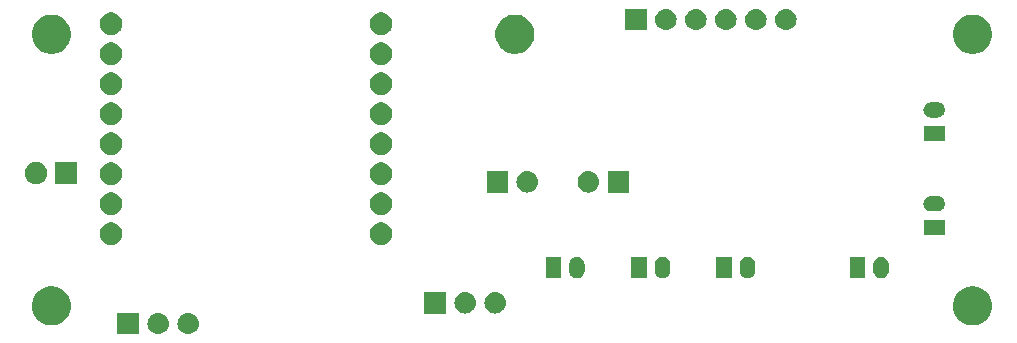
<source format=gbr>
G04 #@! TF.GenerationSoftware,KiCad,Pcbnew,(5.1.0)-1*
G04 #@! TF.CreationDate,2019-05-23T19:45:30+01:00*
G04 #@! TF.ProjectId,ESPControllerCircuit,45535043-6f6e-4747-926f-6c6c65724369,rev?*
G04 #@! TF.SameCoordinates,Original*
G04 #@! TF.FileFunction,Soldermask,Bot*
G04 #@! TF.FilePolarity,Negative*
%FSLAX46Y46*%
G04 Gerber Fmt 4.6, Leading zero omitted, Abs format (unit mm)*
G04 Created by KiCad (PCBNEW (5.1.0)-1) date 2019-05-23 19:45:30*
%MOMM*%
%LPD*%
G04 APERTURE LIST*
%ADD10C,0.100000*%
G04 APERTURE END LIST*
D10*
G36*
X87690442Y-129105518D02*
G01*
X87756627Y-129112037D01*
X87926466Y-129163557D01*
X88082991Y-129247222D01*
X88118729Y-129276552D01*
X88220186Y-129359814D01*
X88303448Y-129461271D01*
X88332778Y-129497009D01*
X88416443Y-129653534D01*
X88467963Y-129823373D01*
X88485359Y-130000000D01*
X88467963Y-130176627D01*
X88416443Y-130346466D01*
X88332778Y-130502991D01*
X88303448Y-130538729D01*
X88220186Y-130640186D01*
X88118729Y-130723448D01*
X88082991Y-130752778D01*
X87926466Y-130836443D01*
X87756627Y-130887963D01*
X87690442Y-130894482D01*
X87624260Y-130901000D01*
X87535740Y-130901000D01*
X87469558Y-130894482D01*
X87403373Y-130887963D01*
X87233534Y-130836443D01*
X87077009Y-130752778D01*
X87041271Y-130723448D01*
X86939814Y-130640186D01*
X86856552Y-130538729D01*
X86827222Y-130502991D01*
X86743557Y-130346466D01*
X86692037Y-130176627D01*
X86674641Y-130000000D01*
X86692037Y-129823373D01*
X86743557Y-129653534D01*
X86827222Y-129497009D01*
X86856552Y-129461271D01*
X86939814Y-129359814D01*
X87041271Y-129276552D01*
X87077009Y-129247222D01*
X87233534Y-129163557D01*
X87403373Y-129112037D01*
X87469558Y-129105518D01*
X87535740Y-129099000D01*
X87624260Y-129099000D01*
X87690442Y-129105518D01*
X87690442Y-129105518D01*
G37*
G36*
X83401000Y-130901000D02*
G01*
X81599000Y-130901000D01*
X81599000Y-129099000D01*
X83401000Y-129099000D01*
X83401000Y-130901000D01*
X83401000Y-130901000D01*
G37*
G36*
X85150442Y-129105518D02*
G01*
X85216627Y-129112037D01*
X85386466Y-129163557D01*
X85542991Y-129247222D01*
X85578729Y-129276552D01*
X85680186Y-129359814D01*
X85763448Y-129461271D01*
X85792778Y-129497009D01*
X85876443Y-129653534D01*
X85927963Y-129823373D01*
X85945359Y-130000000D01*
X85927963Y-130176627D01*
X85876443Y-130346466D01*
X85792778Y-130502991D01*
X85763448Y-130538729D01*
X85680186Y-130640186D01*
X85578729Y-130723448D01*
X85542991Y-130752778D01*
X85386466Y-130836443D01*
X85216627Y-130887963D01*
X85150442Y-130894482D01*
X85084260Y-130901000D01*
X84995740Y-130901000D01*
X84929558Y-130894482D01*
X84863373Y-130887963D01*
X84693534Y-130836443D01*
X84537009Y-130752778D01*
X84501271Y-130723448D01*
X84399814Y-130640186D01*
X84316552Y-130538729D01*
X84287222Y-130502991D01*
X84203557Y-130346466D01*
X84152037Y-130176627D01*
X84134641Y-130000000D01*
X84152037Y-129823373D01*
X84203557Y-129653534D01*
X84287222Y-129497009D01*
X84316552Y-129461271D01*
X84399814Y-129359814D01*
X84501271Y-129276552D01*
X84537009Y-129247222D01*
X84693534Y-129163557D01*
X84863373Y-129112037D01*
X84929558Y-129105518D01*
X84995740Y-129099000D01*
X85084260Y-129099000D01*
X85150442Y-129105518D01*
X85150442Y-129105518D01*
G37*
G36*
X76375256Y-126891298D02*
G01*
X76481579Y-126912447D01*
X76782042Y-127036903D01*
X77052451Y-127217585D01*
X77282415Y-127447549D01*
X77390837Y-127609814D01*
X77463098Y-127717960D01*
X77587553Y-128018422D01*
X77651000Y-128337389D01*
X77651000Y-128662611D01*
X77633022Y-128752991D01*
X77587553Y-128981579D01*
X77463097Y-129282042D01*
X77282415Y-129552451D01*
X77052451Y-129782415D01*
X76782042Y-129963097D01*
X76481579Y-130087553D01*
X76375256Y-130108702D01*
X76162611Y-130151000D01*
X75837389Y-130151000D01*
X75624744Y-130108702D01*
X75518421Y-130087553D01*
X75217958Y-129963097D01*
X74947549Y-129782415D01*
X74717585Y-129552451D01*
X74536903Y-129282042D01*
X74412447Y-128981579D01*
X74366978Y-128752991D01*
X74349000Y-128662611D01*
X74349000Y-128337389D01*
X74412447Y-128018422D01*
X74536902Y-127717960D01*
X74609163Y-127609814D01*
X74717585Y-127447549D01*
X74947549Y-127217585D01*
X75217958Y-127036903D01*
X75518421Y-126912447D01*
X75624744Y-126891298D01*
X75837389Y-126849000D01*
X76162611Y-126849000D01*
X76375256Y-126891298D01*
X76375256Y-126891298D01*
G37*
G36*
X154375256Y-126891298D02*
G01*
X154481579Y-126912447D01*
X154782042Y-127036903D01*
X155052451Y-127217585D01*
X155282415Y-127447549D01*
X155390837Y-127609814D01*
X155463098Y-127717960D01*
X155587553Y-128018422D01*
X155651000Y-128337389D01*
X155651000Y-128662611D01*
X155633022Y-128752991D01*
X155587553Y-128981579D01*
X155463097Y-129282042D01*
X155282415Y-129552451D01*
X155052451Y-129782415D01*
X154782042Y-129963097D01*
X154481579Y-130087553D01*
X154375256Y-130108702D01*
X154162611Y-130151000D01*
X153837389Y-130151000D01*
X153624744Y-130108702D01*
X153518421Y-130087553D01*
X153217958Y-129963097D01*
X152947549Y-129782415D01*
X152717585Y-129552451D01*
X152536903Y-129282042D01*
X152412447Y-128981579D01*
X152366978Y-128752991D01*
X152349000Y-128662611D01*
X152349000Y-128337389D01*
X152412447Y-128018422D01*
X152536902Y-127717960D01*
X152609163Y-127609814D01*
X152717585Y-127447549D01*
X152947549Y-127217585D01*
X153217958Y-127036903D01*
X153518421Y-126912447D01*
X153624744Y-126891298D01*
X153837389Y-126849000D01*
X154162611Y-126849000D01*
X154375256Y-126891298D01*
X154375256Y-126891298D01*
G37*
G36*
X113690443Y-127355519D02*
G01*
X113756627Y-127362037D01*
X113926466Y-127413557D01*
X114082991Y-127497222D01*
X114118729Y-127526552D01*
X114220186Y-127609814D01*
X114303448Y-127711271D01*
X114332778Y-127747009D01*
X114416443Y-127903534D01*
X114467963Y-128073373D01*
X114485359Y-128250000D01*
X114467963Y-128426627D01*
X114416443Y-128596466D01*
X114332778Y-128752991D01*
X114303448Y-128788729D01*
X114220186Y-128890186D01*
X114118729Y-128973448D01*
X114082991Y-129002778D01*
X113926466Y-129086443D01*
X113756627Y-129137963D01*
X113690443Y-129144481D01*
X113624260Y-129151000D01*
X113535740Y-129151000D01*
X113469557Y-129144481D01*
X113403373Y-129137963D01*
X113233534Y-129086443D01*
X113077009Y-129002778D01*
X113041271Y-128973448D01*
X112939814Y-128890186D01*
X112856552Y-128788729D01*
X112827222Y-128752991D01*
X112743557Y-128596466D01*
X112692037Y-128426627D01*
X112674641Y-128250000D01*
X112692037Y-128073373D01*
X112743557Y-127903534D01*
X112827222Y-127747009D01*
X112856552Y-127711271D01*
X112939814Y-127609814D01*
X113041271Y-127526552D01*
X113077009Y-127497222D01*
X113233534Y-127413557D01*
X113403373Y-127362037D01*
X113469557Y-127355519D01*
X113535740Y-127349000D01*
X113624260Y-127349000D01*
X113690443Y-127355519D01*
X113690443Y-127355519D01*
G37*
G36*
X111150443Y-127355519D02*
G01*
X111216627Y-127362037D01*
X111386466Y-127413557D01*
X111542991Y-127497222D01*
X111578729Y-127526552D01*
X111680186Y-127609814D01*
X111763448Y-127711271D01*
X111792778Y-127747009D01*
X111876443Y-127903534D01*
X111927963Y-128073373D01*
X111945359Y-128250000D01*
X111927963Y-128426627D01*
X111876443Y-128596466D01*
X111792778Y-128752991D01*
X111763448Y-128788729D01*
X111680186Y-128890186D01*
X111578729Y-128973448D01*
X111542991Y-129002778D01*
X111386466Y-129086443D01*
X111216627Y-129137963D01*
X111150443Y-129144481D01*
X111084260Y-129151000D01*
X110995740Y-129151000D01*
X110929557Y-129144481D01*
X110863373Y-129137963D01*
X110693534Y-129086443D01*
X110537009Y-129002778D01*
X110501271Y-128973448D01*
X110399814Y-128890186D01*
X110316552Y-128788729D01*
X110287222Y-128752991D01*
X110203557Y-128596466D01*
X110152037Y-128426627D01*
X110134641Y-128250000D01*
X110152037Y-128073373D01*
X110203557Y-127903534D01*
X110287222Y-127747009D01*
X110316552Y-127711271D01*
X110399814Y-127609814D01*
X110501271Y-127526552D01*
X110537009Y-127497222D01*
X110693534Y-127413557D01*
X110863373Y-127362037D01*
X110929557Y-127355519D01*
X110995740Y-127349000D01*
X111084260Y-127349000D01*
X111150443Y-127355519D01*
X111150443Y-127355519D01*
G37*
G36*
X109401000Y-129151000D02*
G01*
X107599000Y-129151000D01*
X107599000Y-127349000D01*
X109401000Y-127349000D01*
X109401000Y-129151000D01*
X109401000Y-129151000D01*
G37*
G36*
X120627617Y-124358420D02*
G01*
X120718403Y-124385960D01*
X120750335Y-124395646D01*
X120863424Y-124456094D01*
X120962554Y-124537447D01*
X121043906Y-124636575D01*
X121104354Y-124749664D01*
X121114040Y-124781596D01*
X121141580Y-124872382D01*
X121151000Y-124968027D01*
X121151000Y-125531973D01*
X121141580Y-125627618D01*
X121114040Y-125718404D01*
X121104354Y-125750336D01*
X121043906Y-125863425D01*
X120962554Y-125962554D01*
X120863425Y-126043906D01*
X120750336Y-126104354D01*
X120718404Y-126114040D01*
X120627618Y-126141580D01*
X120500000Y-126154149D01*
X120372383Y-126141580D01*
X120281597Y-126114040D01*
X120249665Y-126104354D01*
X120136576Y-126043906D01*
X120037447Y-125962553D01*
X119956094Y-125863425D01*
X119895646Y-125750336D01*
X119885960Y-125718404D01*
X119858420Y-125627618D01*
X119849000Y-125531973D01*
X119849000Y-124968028D01*
X119858420Y-124872383D01*
X119895645Y-124749669D01*
X119895646Y-124749665D01*
X119956094Y-124636576D01*
X120037447Y-124537446D01*
X120136575Y-124456094D01*
X120249664Y-124395646D01*
X120281596Y-124385960D01*
X120372382Y-124358420D01*
X120500000Y-124345851D01*
X120627617Y-124358420D01*
X120627617Y-124358420D01*
G37*
G36*
X146377617Y-124358420D02*
G01*
X146468403Y-124385960D01*
X146500335Y-124395646D01*
X146613424Y-124456094D01*
X146712554Y-124537447D01*
X146793906Y-124636575D01*
X146854354Y-124749664D01*
X146864040Y-124781596D01*
X146891580Y-124872382D01*
X146901000Y-124968027D01*
X146901000Y-125531973D01*
X146891580Y-125627618D01*
X146864040Y-125718404D01*
X146854354Y-125750336D01*
X146793906Y-125863425D01*
X146712554Y-125962554D01*
X146613425Y-126043906D01*
X146500336Y-126104354D01*
X146468404Y-126114040D01*
X146377618Y-126141580D01*
X146250000Y-126154149D01*
X146122383Y-126141580D01*
X146031597Y-126114040D01*
X145999665Y-126104354D01*
X145886576Y-126043906D01*
X145787447Y-125962553D01*
X145706094Y-125863425D01*
X145645646Y-125750336D01*
X145635960Y-125718404D01*
X145608420Y-125627618D01*
X145599000Y-125531973D01*
X145599000Y-124968028D01*
X145608420Y-124872383D01*
X145645645Y-124749669D01*
X145645646Y-124749665D01*
X145706094Y-124636576D01*
X145787447Y-124537446D01*
X145886575Y-124456094D01*
X145999664Y-124395646D01*
X146031596Y-124385960D01*
X146122382Y-124358420D01*
X146250000Y-124345851D01*
X146377617Y-124358420D01*
X146377617Y-124358420D01*
G37*
G36*
X135077617Y-124358420D02*
G01*
X135168403Y-124385960D01*
X135200335Y-124395646D01*
X135313424Y-124456094D01*
X135412554Y-124537447D01*
X135493906Y-124636575D01*
X135554354Y-124749664D01*
X135564040Y-124781596D01*
X135591580Y-124872382D01*
X135601000Y-124968027D01*
X135601000Y-125531973D01*
X135591580Y-125627618D01*
X135564040Y-125718404D01*
X135554354Y-125750336D01*
X135493906Y-125863425D01*
X135412554Y-125962554D01*
X135313425Y-126043906D01*
X135200336Y-126104354D01*
X135168404Y-126114040D01*
X135077618Y-126141580D01*
X134950000Y-126154149D01*
X134822383Y-126141580D01*
X134731597Y-126114040D01*
X134699665Y-126104354D01*
X134586576Y-126043906D01*
X134487447Y-125962553D01*
X134406094Y-125863425D01*
X134345646Y-125750336D01*
X134335960Y-125718404D01*
X134308420Y-125627618D01*
X134299000Y-125531973D01*
X134299000Y-124968028D01*
X134308420Y-124872383D01*
X134345645Y-124749669D01*
X134345646Y-124749665D01*
X134406094Y-124636576D01*
X134487447Y-124537446D01*
X134586575Y-124456094D01*
X134699664Y-124395646D01*
X134731596Y-124385960D01*
X134822382Y-124358420D01*
X134950000Y-124345851D01*
X135077617Y-124358420D01*
X135077617Y-124358420D01*
G37*
G36*
X127877617Y-124358420D02*
G01*
X127968403Y-124385960D01*
X128000335Y-124395646D01*
X128113424Y-124456094D01*
X128212554Y-124537447D01*
X128293906Y-124636575D01*
X128354354Y-124749664D01*
X128364040Y-124781596D01*
X128391580Y-124872382D01*
X128401000Y-124968027D01*
X128401000Y-125531973D01*
X128391580Y-125627618D01*
X128364040Y-125718404D01*
X128354354Y-125750336D01*
X128293906Y-125863425D01*
X128212554Y-125962554D01*
X128113425Y-126043906D01*
X128000336Y-126104354D01*
X127968404Y-126114040D01*
X127877618Y-126141580D01*
X127750000Y-126154149D01*
X127622383Y-126141580D01*
X127531597Y-126114040D01*
X127499665Y-126104354D01*
X127386576Y-126043906D01*
X127287447Y-125962553D01*
X127206094Y-125863425D01*
X127145646Y-125750336D01*
X127135960Y-125718404D01*
X127108420Y-125627618D01*
X127099000Y-125531973D01*
X127099000Y-124968028D01*
X127108420Y-124872383D01*
X127145645Y-124749669D01*
X127145646Y-124749665D01*
X127206094Y-124636576D01*
X127287447Y-124537446D01*
X127386575Y-124456094D01*
X127499664Y-124395646D01*
X127531596Y-124385960D01*
X127622382Y-124358420D01*
X127750000Y-124345851D01*
X127877617Y-124358420D01*
X127877617Y-124358420D01*
G37*
G36*
X144901000Y-126151000D02*
G01*
X143599000Y-126151000D01*
X143599000Y-124349000D01*
X144901000Y-124349000D01*
X144901000Y-126151000D01*
X144901000Y-126151000D01*
G37*
G36*
X133601000Y-126151000D02*
G01*
X132299000Y-126151000D01*
X132299000Y-124349000D01*
X133601000Y-124349000D01*
X133601000Y-126151000D01*
X133601000Y-126151000D01*
G37*
G36*
X119151000Y-126151000D02*
G01*
X117849000Y-126151000D01*
X117849000Y-124349000D01*
X119151000Y-124349000D01*
X119151000Y-126151000D01*
X119151000Y-126151000D01*
G37*
G36*
X126401000Y-126151000D02*
G01*
X125099000Y-126151000D01*
X125099000Y-124349000D01*
X126401000Y-124349000D01*
X126401000Y-126151000D01*
X126401000Y-126151000D01*
G37*
G36*
X81347395Y-121475546D02*
G01*
X81520466Y-121547234D01*
X81520467Y-121547235D01*
X81676227Y-121651310D01*
X81808690Y-121783773D01*
X81808691Y-121783775D01*
X81912766Y-121939534D01*
X81984454Y-122112605D01*
X82021000Y-122296333D01*
X82021000Y-122483667D01*
X81984454Y-122667395D01*
X81912766Y-122840466D01*
X81912765Y-122840467D01*
X81808690Y-122996227D01*
X81676227Y-123128690D01*
X81597818Y-123181081D01*
X81520466Y-123232766D01*
X81347395Y-123304454D01*
X81163667Y-123341000D01*
X80976333Y-123341000D01*
X80792605Y-123304454D01*
X80619534Y-123232766D01*
X80542182Y-123181081D01*
X80463773Y-123128690D01*
X80331310Y-122996227D01*
X80227235Y-122840467D01*
X80227234Y-122840466D01*
X80155546Y-122667395D01*
X80119000Y-122483667D01*
X80119000Y-122296333D01*
X80155546Y-122112605D01*
X80227234Y-121939534D01*
X80331309Y-121783775D01*
X80331310Y-121783773D01*
X80463773Y-121651310D01*
X80619533Y-121547235D01*
X80619534Y-121547234D01*
X80792605Y-121475546D01*
X80976333Y-121439000D01*
X81163667Y-121439000D01*
X81347395Y-121475546D01*
X81347395Y-121475546D01*
G37*
G36*
X104207395Y-121475546D02*
G01*
X104380466Y-121547234D01*
X104380467Y-121547235D01*
X104536227Y-121651310D01*
X104668690Y-121783773D01*
X104668691Y-121783775D01*
X104772766Y-121939534D01*
X104844454Y-122112605D01*
X104881000Y-122296333D01*
X104881000Y-122483667D01*
X104844454Y-122667395D01*
X104772766Y-122840466D01*
X104772765Y-122840467D01*
X104668690Y-122996227D01*
X104536227Y-123128690D01*
X104457818Y-123181081D01*
X104380466Y-123232766D01*
X104207395Y-123304454D01*
X104023667Y-123341000D01*
X103836333Y-123341000D01*
X103652605Y-123304454D01*
X103479534Y-123232766D01*
X103402182Y-123181081D01*
X103323773Y-123128690D01*
X103191310Y-122996227D01*
X103087235Y-122840467D01*
X103087234Y-122840466D01*
X103015546Y-122667395D01*
X102979000Y-122483667D01*
X102979000Y-122296333D01*
X103015546Y-122112605D01*
X103087234Y-121939534D01*
X103191309Y-121783775D01*
X103191310Y-121783773D01*
X103323773Y-121651310D01*
X103479533Y-121547235D01*
X103479534Y-121547234D01*
X103652605Y-121475546D01*
X103836333Y-121439000D01*
X104023667Y-121439000D01*
X104207395Y-121475546D01*
X104207395Y-121475546D01*
G37*
G36*
X151651000Y-122501000D02*
G01*
X149849000Y-122501000D01*
X149849000Y-121199000D01*
X151651000Y-121199000D01*
X151651000Y-122501000D01*
X151651000Y-122501000D01*
G37*
G36*
X104207395Y-118935546D02*
G01*
X104380466Y-119007234D01*
X104380467Y-119007235D01*
X104536227Y-119111310D01*
X104668690Y-119243773D01*
X104669941Y-119245646D01*
X104772766Y-119399534D01*
X104844454Y-119572605D01*
X104881000Y-119756333D01*
X104881000Y-119943667D01*
X104844454Y-120127395D01*
X104772766Y-120300466D01*
X104764689Y-120312554D01*
X104668690Y-120456227D01*
X104536227Y-120588690D01*
X104457818Y-120641081D01*
X104380466Y-120692766D01*
X104207395Y-120764454D01*
X104023667Y-120801000D01*
X103836333Y-120801000D01*
X103652605Y-120764454D01*
X103479534Y-120692766D01*
X103402182Y-120641081D01*
X103323773Y-120588690D01*
X103191310Y-120456227D01*
X103095311Y-120312554D01*
X103087234Y-120300466D01*
X103015546Y-120127395D01*
X102979000Y-119943667D01*
X102979000Y-119756333D01*
X103015546Y-119572605D01*
X103087234Y-119399534D01*
X103190059Y-119245646D01*
X103191310Y-119243773D01*
X103323773Y-119111310D01*
X103479533Y-119007235D01*
X103479534Y-119007234D01*
X103652605Y-118935546D01*
X103836333Y-118899000D01*
X104023667Y-118899000D01*
X104207395Y-118935546D01*
X104207395Y-118935546D01*
G37*
G36*
X81347395Y-118935546D02*
G01*
X81520466Y-119007234D01*
X81520467Y-119007235D01*
X81676227Y-119111310D01*
X81808690Y-119243773D01*
X81809941Y-119245646D01*
X81912766Y-119399534D01*
X81984454Y-119572605D01*
X82021000Y-119756333D01*
X82021000Y-119943667D01*
X81984454Y-120127395D01*
X81912766Y-120300466D01*
X81904689Y-120312554D01*
X81808690Y-120456227D01*
X81676227Y-120588690D01*
X81597818Y-120641081D01*
X81520466Y-120692766D01*
X81347395Y-120764454D01*
X81163667Y-120801000D01*
X80976333Y-120801000D01*
X80792605Y-120764454D01*
X80619534Y-120692766D01*
X80542182Y-120641081D01*
X80463773Y-120588690D01*
X80331310Y-120456227D01*
X80235311Y-120312554D01*
X80227234Y-120300466D01*
X80155546Y-120127395D01*
X80119000Y-119943667D01*
X80119000Y-119756333D01*
X80155546Y-119572605D01*
X80227234Y-119399534D01*
X80330059Y-119245646D01*
X80331310Y-119243773D01*
X80463773Y-119111310D01*
X80619533Y-119007235D01*
X80619534Y-119007234D01*
X80792605Y-118935546D01*
X80976333Y-118899000D01*
X81163667Y-118899000D01*
X81347395Y-118935546D01*
X81347395Y-118935546D01*
G37*
G36*
X151063855Y-119202140D02*
G01*
X151127618Y-119208420D01*
X151218404Y-119235960D01*
X151250336Y-119245646D01*
X151363425Y-119306094D01*
X151462554Y-119387446D01*
X151543906Y-119486575D01*
X151604354Y-119599664D01*
X151604355Y-119599668D01*
X151641580Y-119722382D01*
X151654149Y-119850000D01*
X151641580Y-119977618D01*
X151614040Y-120068404D01*
X151604354Y-120100336D01*
X151543906Y-120213425D01*
X151462554Y-120312554D01*
X151363425Y-120393906D01*
X151250336Y-120454354D01*
X151244161Y-120456227D01*
X151127618Y-120491580D01*
X151063855Y-120497860D01*
X151031974Y-120501000D01*
X150468026Y-120501000D01*
X150436145Y-120497860D01*
X150372382Y-120491580D01*
X150255839Y-120456227D01*
X150249664Y-120454354D01*
X150136575Y-120393906D01*
X150037446Y-120312554D01*
X149956094Y-120213425D01*
X149895646Y-120100336D01*
X149885960Y-120068404D01*
X149858420Y-119977618D01*
X149845851Y-119850000D01*
X149858420Y-119722382D01*
X149895645Y-119599668D01*
X149895646Y-119599664D01*
X149956094Y-119486575D01*
X150037446Y-119387446D01*
X150136575Y-119306094D01*
X150249664Y-119245646D01*
X150281596Y-119235960D01*
X150372382Y-119208420D01*
X150436145Y-119202140D01*
X150468026Y-119199000D01*
X151031974Y-119199000D01*
X151063855Y-119202140D01*
X151063855Y-119202140D01*
G37*
G36*
X116400443Y-117105519D02*
G01*
X116466627Y-117112037D01*
X116636466Y-117163557D01*
X116792991Y-117247222D01*
X116828729Y-117276552D01*
X116930186Y-117359814D01*
X117013448Y-117461271D01*
X117042778Y-117497009D01*
X117126443Y-117653534D01*
X117177963Y-117823373D01*
X117195359Y-118000000D01*
X117177963Y-118176627D01*
X117126443Y-118346466D01*
X117042778Y-118502991D01*
X117013448Y-118538729D01*
X116930186Y-118640186D01*
X116828729Y-118723448D01*
X116792991Y-118752778D01*
X116636466Y-118836443D01*
X116466627Y-118887963D01*
X116400442Y-118894482D01*
X116334260Y-118901000D01*
X116245740Y-118901000D01*
X116179558Y-118894482D01*
X116113373Y-118887963D01*
X115943534Y-118836443D01*
X115787009Y-118752778D01*
X115751271Y-118723448D01*
X115649814Y-118640186D01*
X115566552Y-118538729D01*
X115537222Y-118502991D01*
X115453557Y-118346466D01*
X115402037Y-118176627D01*
X115384641Y-118000000D01*
X115402037Y-117823373D01*
X115453557Y-117653534D01*
X115537222Y-117497009D01*
X115566552Y-117461271D01*
X115649814Y-117359814D01*
X115751271Y-117276552D01*
X115787009Y-117247222D01*
X115943534Y-117163557D01*
X116113373Y-117112037D01*
X116179557Y-117105519D01*
X116245740Y-117099000D01*
X116334260Y-117099000D01*
X116400443Y-117105519D01*
X116400443Y-117105519D01*
G37*
G36*
X114651000Y-118901000D02*
G01*
X112849000Y-118901000D01*
X112849000Y-117099000D01*
X114651000Y-117099000D01*
X114651000Y-118901000D01*
X114651000Y-118901000D01*
G37*
G36*
X121570443Y-117105519D02*
G01*
X121636627Y-117112037D01*
X121806466Y-117163557D01*
X121962991Y-117247222D01*
X121998729Y-117276552D01*
X122100186Y-117359814D01*
X122183448Y-117461271D01*
X122212778Y-117497009D01*
X122296443Y-117653534D01*
X122347963Y-117823373D01*
X122365359Y-118000000D01*
X122347963Y-118176627D01*
X122296443Y-118346466D01*
X122212778Y-118502991D01*
X122183448Y-118538729D01*
X122100186Y-118640186D01*
X121998729Y-118723448D01*
X121962991Y-118752778D01*
X121806466Y-118836443D01*
X121636627Y-118887963D01*
X121570442Y-118894482D01*
X121504260Y-118901000D01*
X121415740Y-118901000D01*
X121349558Y-118894482D01*
X121283373Y-118887963D01*
X121113534Y-118836443D01*
X120957009Y-118752778D01*
X120921271Y-118723448D01*
X120819814Y-118640186D01*
X120736552Y-118538729D01*
X120707222Y-118502991D01*
X120623557Y-118346466D01*
X120572037Y-118176627D01*
X120554641Y-118000000D01*
X120572037Y-117823373D01*
X120623557Y-117653534D01*
X120707222Y-117497009D01*
X120736552Y-117461271D01*
X120819814Y-117359814D01*
X120921271Y-117276552D01*
X120957009Y-117247222D01*
X121113534Y-117163557D01*
X121283373Y-117112037D01*
X121349557Y-117105519D01*
X121415740Y-117099000D01*
X121504260Y-117099000D01*
X121570443Y-117105519D01*
X121570443Y-117105519D01*
G37*
G36*
X124901000Y-118901000D02*
G01*
X123099000Y-118901000D01*
X123099000Y-117099000D01*
X124901000Y-117099000D01*
X124901000Y-118901000D01*
X124901000Y-118901000D01*
G37*
G36*
X81347395Y-116395546D02*
G01*
X81520466Y-116467234D01*
X81520467Y-116467235D01*
X81676227Y-116571310D01*
X81808690Y-116703773D01*
X81808691Y-116703775D01*
X81912766Y-116859534D01*
X81984454Y-117032605D01*
X82021000Y-117216333D01*
X82021000Y-117403667D01*
X81984454Y-117587395D01*
X81912766Y-117760466D01*
X81912765Y-117760467D01*
X81808690Y-117916227D01*
X81676227Y-118048690D01*
X81610264Y-118092765D01*
X81520466Y-118152766D01*
X81347395Y-118224454D01*
X81163667Y-118261000D01*
X80976333Y-118261000D01*
X80792605Y-118224454D01*
X80619534Y-118152766D01*
X80529736Y-118092765D01*
X80463773Y-118048690D01*
X80331310Y-117916227D01*
X80227235Y-117760467D01*
X80227234Y-117760466D01*
X80155546Y-117587395D01*
X80119000Y-117403667D01*
X80119000Y-117216333D01*
X80155546Y-117032605D01*
X80227234Y-116859534D01*
X80331309Y-116703775D01*
X80331310Y-116703773D01*
X80463773Y-116571310D01*
X80619533Y-116467235D01*
X80619534Y-116467234D01*
X80792605Y-116395546D01*
X80976333Y-116359000D01*
X81163667Y-116359000D01*
X81347395Y-116395546D01*
X81347395Y-116395546D01*
G37*
G36*
X104207395Y-116395546D02*
G01*
X104380466Y-116467234D01*
X104380467Y-116467235D01*
X104536227Y-116571310D01*
X104668690Y-116703773D01*
X104668691Y-116703775D01*
X104772766Y-116859534D01*
X104844454Y-117032605D01*
X104881000Y-117216333D01*
X104881000Y-117403667D01*
X104844454Y-117587395D01*
X104772766Y-117760466D01*
X104772765Y-117760467D01*
X104668690Y-117916227D01*
X104536227Y-118048690D01*
X104470264Y-118092765D01*
X104380466Y-118152766D01*
X104207395Y-118224454D01*
X104023667Y-118261000D01*
X103836333Y-118261000D01*
X103652605Y-118224454D01*
X103479534Y-118152766D01*
X103389736Y-118092765D01*
X103323773Y-118048690D01*
X103191310Y-117916227D01*
X103087235Y-117760467D01*
X103087234Y-117760466D01*
X103015546Y-117587395D01*
X102979000Y-117403667D01*
X102979000Y-117216333D01*
X103015546Y-117032605D01*
X103087234Y-116859534D01*
X103191309Y-116703775D01*
X103191310Y-116703773D01*
X103323773Y-116571310D01*
X103479533Y-116467235D01*
X103479534Y-116467234D01*
X103652605Y-116395546D01*
X103836333Y-116359000D01*
X104023667Y-116359000D01*
X104207395Y-116395546D01*
X104207395Y-116395546D01*
G37*
G36*
X74987395Y-116335546D02*
G01*
X75160466Y-116407234D01*
X75160467Y-116407235D01*
X75316227Y-116511310D01*
X75448690Y-116643773D01*
X75488782Y-116703775D01*
X75552766Y-116799534D01*
X75624454Y-116972605D01*
X75661000Y-117156333D01*
X75661000Y-117343667D01*
X75624454Y-117527395D01*
X75552766Y-117700466D01*
X75501081Y-117777818D01*
X75448690Y-117856227D01*
X75316227Y-117988690D01*
X75299300Y-118000000D01*
X75160466Y-118092766D01*
X74987395Y-118164454D01*
X74803667Y-118201000D01*
X74616333Y-118201000D01*
X74432605Y-118164454D01*
X74259534Y-118092766D01*
X74120700Y-118000000D01*
X74103773Y-117988690D01*
X73971310Y-117856227D01*
X73918919Y-117777818D01*
X73867234Y-117700466D01*
X73795546Y-117527395D01*
X73759000Y-117343667D01*
X73759000Y-117156333D01*
X73795546Y-116972605D01*
X73867234Y-116799534D01*
X73931218Y-116703775D01*
X73971310Y-116643773D01*
X74103773Y-116511310D01*
X74259533Y-116407235D01*
X74259534Y-116407234D01*
X74432605Y-116335546D01*
X74616333Y-116299000D01*
X74803667Y-116299000D01*
X74987395Y-116335546D01*
X74987395Y-116335546D01*
G37*
G36*
X78201000Y-118201000D02*
G01*
X76299000Y-118201000D01*
X76299000Y-116299000D01*
X78201000Y-116299000D01*
X78201000Y-118201000D01*
X78201000Y-118201000D01*
G37*
G36*
X104207395Y-113855546D02*
G01*
X104380466Y-113927234D01*
X104380467Y-113927235D01*
X104536227Y-114031310D01*
X104668690Y-114163773D01*
X104668691Y-114163775D01*
X104772766Y-114319534D01*
X104844454Y-114492605D01*
X104881000Y-114676333D01*
X104881000Y-114863667D01*
X104844454Y-115047395D01*
X104772766Y-115220466D01*
X104772765Y-115220467D01*
X104668690Y-115376227D01*
X104536227Y-115508690D01*
X104457818Y-115561081D01*
X104380466Y-115612766D01*
X104207395Y-115684454D01*
X104023667Y-115721000D01*
X103836333Y-115721000D01*
X103652605Y-115684454D01*
X103479534Y-115612766D01*
X103402182Y-115561081D01*
X103323773Y-115508690D01*
X103191310Y-115376227D01*
X103087235Y-115220467D01*
X103087234Y-115220466D01*
X103015546Y-115047395D01*
X102979000Y-114863667D01*
X102979000Y-114676333D01*
X103015546Y-114492605D01*
X103087234Y-114319534D01*
X103191309Y-114163775D01*
X103191310Y-114163773D01*
X103323773Y-114031310D01*
X103479533Y-113927235D01*
X103479534Y-113927234D01*
X103652605Y-113855546D01*
X103836333Y-113819000D01*
X104023667Y-113819000D01*
X104207395Y-113855546D01*
X104207395Y-113855546D01*
G37*
G36*
X81347395Y-113855546D02*
G01*
X81520466Y-113927234D01*
X81520467Y-113927235D01*
X81676227Y-114031310D01*
X81808690Y-114163773D01*
X81808691Y-114163775D01*
X81912766Y-114319534D01*
X81984454Y-114492605D01*
X82021000Y-114676333D01*
X82021000Y-114863667D01*
X81984454Y-115047395D01*
X81912766Y-115220466D01*
X81912765Y-115220467D01*
X81808690Y-115376227D01*
X81676227Y-115508690D01*
X81597818Y-115561081D01*
X81520466Y-115612766D01*
X81347395Y-115684454D01*
X81163667Y-115721000D01*
X80976333Y-115721000D01*
X80792605Y-115684454D01*
X80619534Y-115612766D01*
X80542182Y-115561081D01*
X80463773Y-115508690D01*
X80331310Y-115376227D01*
X80227235Y-115220467D01*
X80227234Y-115220466D01*
X80155546Y-115047395D01*
X80119000Y-114863667D01*
X80119000Y-114676333D01*
X80155546Y-114492605D01*
X80227234Y-114319534D01*
X80331309Y-114163775D01*
X80331310Y-114163773D01*
X80463773Y-114031310D01*
X80619533Y-113927235D01*
X80619534Y-113927234D01*
X80792605Y-113855546D01*
X80976333Y-113819000D01*
X81163667Y-113819000D01*
X81347395Y-113855546D01*
X81347395Y-113855546D01*
G37*
G36*
X151651000Y-114551000D02*
G01*
X149849000Y-114551000D01*
X149849000Y-113249000D01*
X151651000Y-113249000D01*
X151651000Y-114551000D01*
X151651000Y-114551000D01*
G37*
G36*
X104207395Y-111315546D02*
G01*
X104380466Y-111387234D01*
X104380467Y-111387235D01*
X104536227Y-111491310D01*
X104668690Y-111623773D01*
X104668691Y-111623775D01*
X104772766Y-111779534D01*
X104844454Y-111952605D01*
X104881000Y-112136333D01*
X104881000Y-112323667D01*
X104844454Y-112507395D01*
X104772766Y-112680466D01*
X104772765Y-112680467D01*
X104668690Y-112836227D01*
X104536227Y-112968690D01*
X104457818Y-113021081D01*
X104380466Y-113072766D01*
X104207395Y-113144454D01*
X104023667Y-113181000D01*
X103836333Y-113181000D01*
X103652605Y-113144454D01*
X103479534Y-113072766D01*
X103402182Y-113021081D01*
X103323773Y-112968690D01*
X103191310Y-112836227D01*
X103087235Y-112680467D01*
X103087234Y-112680466D01*
X103015546Y-112507395D01*
X102979000Y-112323667D01*
X102979000Y-112136333D01*
X103015546Y-111952605D01*
X103087234Y-111779534D01*
X103191309Y-111623775D01*
X103191310Y-111623773D01*
X103323773Y-111491310D01*
X103479533Y-111387235D01*
X103479534Y-111387234D01*
X103652605Y-111315546D01*
X103836333Y-111279000D01*
X104023667Y-111279000D01*
X104207395Y-111315546D01*
X104207395Y-111315546D01*
G37*
G36*
X81347395Y-111315546D02*
G01*
X81520466Y-111387234D01*
X81520467Y-111387235D01*
X81676227Y-111491310D01*
X81808690Y-111623773D01*
X81808691Y-111623775D01*
X81912766Y-111779534D01*
X81984454Y-111952605D01*
X82021000Y-112136333D01*
X82021000Y-112323667D01*
X81984454Y-112507395D01*
X81912766Y-112680466D01*
X81912765Y-112680467D01*
X81808690Y-112836227D01*
X81676227Y-112968690D01*
X81597818Y-113021081D01*
X81520466Y-113072766D01*
X81347395Y-113144454D01*
X81163667Y-113181000D01*
X80976333Y-113181000D01*
X80792605Y-113144454D01*
X80619534Y-113072766D01*
X80542182Y-113021081D01*
X80463773Y-112968690D01*
X80331310Y-112836227D01*
X80227235Y-112680467D01*
X80227234Y-112680466D01*
X80155546Y-112507395D01*
X80119000Y-112323667D01*
X80119000Y-112136333D01*
X80155546Y-111952605D01*
X80227234Y-111779534D01*
X80331309Y-111623775D01*
X80331310Y-111623773D01*
X80463773Y-111491310D01*
X80619533Y-111387235D01*
X80619534Y-111387234D01*
X80792605Y-111315546D01*
X80976333Y-111279000D01*
X81163667Y-111279000D01*
X81347395Y-111315546D01*
X81347395Y-111315546D01*
G37*
G36*
X151063855Y-111252140D02*
G01*
X151127618Y-111258420D01*
X151218404Y-111285960D01*
X151250336Y-111295646D01*
X151363425Y-111356094D01*
X151462554Y-111437446D01*
X151543906Y-111536575D01*
X151604354Y-111649664D01*
X151604355Y-111649668D01*
X151641580Y-111772382D01*
X151654149Y-111900000D01*
X151641580Y-112027618D01*
X151614040Y-112118404D01*
X151604354Y-112150336D01*
X151543906Y-112263425D01*
X151462554Y-112362554D01*
X151363425Y-112443906D01*
X151250336Y-112504354D01*
X151218404Y-112514040D01*
X151127618Y-112541580D01*
X151063855Y-112547860D01*
X151031974Y-112551000D01*
X150468026Y-112551000D01*
X150436145Y-112547860D01*
X150372382Y-112541580D01*
X150281596Y-112514040D01*
X150249664Y-112504354D01*
X150136575Y-112443906D01*
X150037446Y-112362554D01*
X149956094Y-112263425D01*
X149895646Y-112150336D01*
X149885960Y-112118404D01*
X149858420Y-112027618D01*
X149845851Y-111900000D01*
X149858420Y-111772382D01*
X149895645Y-111649668D01*
X149895646Y-111649664D01*
X149956094Y-111536575D01*
X150037446Y-111437446D01*
X150136575Y-111356094D01*
X150249664Y-111295646D01*
X150281596Y-111285960D01*
X150372382Y-111258420D01*
X150436145Y-111252140D01*
X150468026Y-111249000D01*
X151031974Y-111249000D01*
X151063855Y-111252140D01*
X151063855Y-111252140D01*
G37*
G36*
X81347395Y-108775546D02*
G01*
X81520466Y-108847234D01*
X81520467Y-108847235D01*
X81676227Y-108951310D01*
X81808690Y-109083773D01*
X81808691Y-109083775D01*
X81912766Y-109239534D01*
X81984454Y-109412605D01*
X82021000Y-109596333D01*
X82021000Y-109783667D01*
X81984454Y-109967395D01*
X81912766Y-110140466D01*
X81912765Y-110140467D01*
X81808690Y-110296227D01*
X81676227Y-110428690D01*
X81597818Y-110481081D01*
X81520466Y-110532766D01*
X81347395Y-110604454D01*
X81163667Y-110641000D01*
X80976333Y-110641000D01*
X80792605Y-110604454D01*
X80619534Y-110532766D01*
X80542182Y-110481081D01*
X80463773Y-110428690D01*
X80331310Y-110296227D01*
X80227235Y-110140467D01*
X80227234Y-110140466D01*
X80155546Y-109967395D01*
X80119000Y-109783667D01*
X80119000Y-109596333D01*
X80155546Y-109412605D01*
X80227234Y-109239534D01*
X80331309Y-109083775D01*
X80331310Y-109083773D01*
X80463773Y-108951310D01*
X80619533Y-108847235D01*
X80619534Y-108847234D01*
X80792605Y-108775546D01*
X80976333Y-108739000D01*
X81163667Y-108739000D01*
X81347395Y-108775546D01*
X81347395Y-108775546D01*
G37*
G36*
X104207395Y-108775546D02*
G01*
X104380466Y-108847234D01*
X104380467Y-108847235D01*
X104536227Y-108951310D01*
X104668690Y-109083773D01*
X104668691Y-109083775D01*
X104772766Y-109239534D01*
X104844454Y-109412605D01*
X104881000Y-109596333D01*
X104881000Y-109783667D01*
X104844454Y-109967395D01*
X104772766Y-110140466D01*
X104772765Y-110140467D01*
X104668690Y-110296227D01*
X104536227Y-110428690D01*
X104457818Y-110481081D01*
X104380466Y-110532766D01*
X104207395Y-110604454D01*
X104023667Y-110641000D01*
X103836333Y-110641000D01*
X103652605Y-110604454D01*
X103479534Y-110532766D01*
X103402182Y-110481081D01*
X103323773Y-110428690D01*
X103191310Y-110296227D01*
X103087235Y-110140467D01*
X103087234Y-110140466D01*
X103015546Y-109967395D01*
X102979000Y-109783667D01*
X102979000Y-109596333D01*
X103015546Y-109412605D01*
X103087234Y-109239534D01*
X103191309Y-109083775D01*
X103191310Y-109083773D01*
X103323773Y-108951310D01*
X103479533Y-108847235D01*
X103479534Y-108847234D01*
X103652605Y-108775546D01*
X103836333Y-108739000D01*
X104023667Y-108739000D01*
X104207395Y-108775546D01*
X104207395Y-108775546D01*
G37*
G36*
X81347395Y-106235546D02*
G01*
X81520466Y-106307234D01*
X81520467Y-106307235D01*
X81676227Y-106411310D01*
X81808690Y-106543773D01*
X81808691Y-106543775D01*
X81912766Y-106699534D01*
X81984454Y-106872605D01*
X82021000Y-107056333D01*
X82021000Y-107243667D01*
X81984454Y-107427395D01*
X81912766Y-107600466D01*
X81912765Y-107600467D01*
X81808690Y-107756227D01*
X81676227Y-107888690D01*
X81597818Y-107941081D01*
X81520466Y-107992766D01*
X81347395Y-108064454D01*
X81163667Y-108101000D01*
X80976333Y-108101000D01*
X80792605Y-108064454D01*
X80619534Y-107992766D01*
X80542182Y-107941081D01*
X80463773Y-107888690D01*
X80331310Y-107756227D01*
X80227235Y-107600467D01*
X80227234Y-107600466D01*
X80155546Y-107427395D01*
X80119000Y-107243667D01*
X80119000Y-107056333D01*
X80155546Y-106872605D01*
X80227234Y-106699534D01*
X80331309Y-106543775D01*
X80331310Y-106543773D01*
X80463773Y-106411310D01*
X80619533Y-106307235D01*
X80619534Y-106307234D01*
X80792605Y-106235546D01*
X80976333Y-106199000D01*
X81163667Y-106199000D01*
X81347395Y-106235546D01*
X81347395Y-106235546D01*
G37*
G36*
X104207395Y-106235546D02*
G01*
X104380466Y-106307234D01*
X104380467Y-106307235D01*
X104536227Y-106411310D01*
X104668690Y-106543773D01*
X104668691Y-106543775D01*
X104772766Y-106699534D01*
X104844454Y-106872605D01*
X104881000Y-107056333D01*
X104881000Y-107243667D01*
X104844454Y-107427395D01*
X104772766Y-107600466D01*
X104772765Y-107600467D01*
X104668690Y-107756227D01*
X104536227Y-107888690D01*
X104457818Y-107941081D01*
X104380466Y-107992766D01*
X104207395Y-108064454D01*
X104023667Y-108101000D01*
X103836333Y-108101000D01*
X103652605Y-108064454D01*
X103479534Y-107992766D01*
X103402182Y-107941081D01*
X103323773Y-107888690D01*
X103191310Y-107756227D01*
X103087235Y-107600467D01*
X103087234Y-107600466D01*
X103015546Y-107427395D01*
X102979000Y-107243667D01*
X102979000Y-107056333D01*
X103015546Y-106872605D01*
X103087234Y-106699534D01*
X103191309Y-106543775D01*
X103191310Y-106543773D01*
X103323773Y-106411310D01*
X103479533Y-106307235D01*
X103479534Y-106307234D01*
X103652605Y-106235546D01*
X103836333Y-106199000D01*
X104023667Y-106199000D01*
X104207395Y-106235546D01*
X104207395Y-106235546D01*
G37*
G36*
X76375256Y-103891298D02*
G01*
X76481579Y-103912447D01*
X76782042Y-104036903D01*
X77052451Y-104217585D01*
X77282415Y-104447549D01*
X77463097Y-104717958D01*
X77587553Y-105018421D01*
X77651000Y-105337391D01*
X77651000Y-105662609D01*
X77587553Y-105981579D01*
X77463097Y-106282042D01*
X77282415Y-106552451D01*
X77052451Y-106782415D01*
X76782042Y-106963097D01*
X76481579Y-107087553D01*
X76375256Y-107108702D01*
X76162611Y-107151000D01*
X75837389Y-107151000D01*
X75624744Y-107108702D01*
X75518421Y-107087553D01*
X75217958Y-106963097D01*
X74947549Y-106782415D01*
X74717585Y-106552451D01*
X74536903Y-106282042D01*
X74412447Y-105981579D01*
X74349000Y-105662609D01*
X74349000Y-105337391D01*
X74412447Y-105018421D01*
X74536903Y-104717958D01*
X74717585Y-104447549D01*
X74947549Y-104217585D01*
X75217958Y-104036903D01*
X75518421Y-103912447D01*
X75624744Y-103891298D01*
X75837389Y-103849000D01*
X76162611Y-103849000D01*
X76375256Y-103891298D01*
X76375256Y-103891298D01*
G37*
G36*
X115625256Y-103891298D02*
G01*
X115731579Y-103912447D01*
X116032042Y-104036903D01*
X116302451Y-104217585D01*
X116532415Y-104447549D01*
X116713097Y-104717958D01*
X116837553Y-105018421D01*
X116901000Y-105337391D01*
X116901000Y-105662609D01*
X116837553Y-105981579D01*
X116713097Y-106282042D01*
X116532415Y-106552451D01*
X116302451Y-106782415D01*
X116032042Y-106963097D01*
X115731579Y-107087553D01*
X115625256Y-107108702D01*
X115412611Y-107151000D01*
X115087389Y-107151000D01*
X114874744Y-107108702D01*
X114768421Y-107087553D01*
X114467958Y-106963097D01*
X114197549Y-106782415D01*
X113967585Y-106552451D01*
X113786903Y-106282042D01*
X113662447Y-105981579D01*
X113599000Y-105662609D01*
X113599000Y-105337391D01*
X113662447Y-105018421D01*
X113786903Y-104717958D01*
X113967585Y-104447549D01*
X114197549Y-104217585D01*
X114467958Y-104036903D01*
X114768421Y-103912447D01*
X114874744Y-103891298D01*
X115087389Y-103849000D01*
X115412611Y-103849000D01*
X115625256Y-103891298D01*
X115625256Y-103891298D01*
G37*
G36*
X154375256Y-103891298D02*
G01*
X154481579Y-103912447D01*
X154782042Y-104036903D01*
X155052451Y-104217585D01*
X155282415Y-104447549D01*
X155463097Y-104717958D01*
X155587553Y-105018421D01*
X155651000Y-105337391D01*
X155651000Y-105662609D01*
X155587553Y-105981579D01*
X155463097Y-106282042D01*
X155282415Y-106552451D01*
X155052451Y-106782415D01*
X154782042Y-106963097D01*
X154481579Y-107087553D01*
X154375256Y-107108702D01*
X154162611Y-107151000D01*
X153837389Y-107151000D01*
X153624744Y-107108702D01*
X153518421Y-107087553D01*
X153217958Y-106963097D01*
X152947549Y-106782415D01*
X152717585Y-106552451D01*
X152536903Y-106282042D01*
X152412447Y-105981579D01*
X152349000Y-105662609D01*
X152349000Y-105337391D01*
X152412447Y-105018421D01*
X152536903Y-104717958D01*
X152717585Y-104447549D01*
X152947549Y-104217585D01*
X153217958Y-104036903D01*
X153518421Y-103912447D01*
X153624744Y-103891298D01*
X153837389Y-103849000D01*
X154162611Y-103849000D01*
X154375256Y-103891298D01*
X154375256Y-103891298D01*
G37*
G36*
X104207395Y-103695546D02*
G01*
X104380466Y-103767234D01*
X104380467Y-103767235D01*
X104536227Y-103871310D01*
X104668690Y-104003773D01*
X104715195Y-104073373D01*
X104772766Y-104159534D01*
X104844454Y-104332605D01*
X104881000Y-104516333D01*
X104881000Y-104703667D01*
X104844454Y-104887395D01*
X104772766Y-105060466D01*
X104721081Y-105137818D01*
X104668690Y-105216227D01*
X104536227Y-105348690D01*
X104457818Y-105401081D01*
X104380466Y-105452766D01*
X104207395Y-105524454D01*
X104023667Y-105561000D01*
X103836333Y-105561000D01*
X103652605Y-105524454D01*
X103479534Y-105452766D01*
X103402182Y-105401081D01*
X103323773Y-105348690D01*
X103191310Y-105216227D01*
X103138919Y-105137818D01*
X103087234Y-105060466D01*
X103015546Y-104887395D01*
X102979000Y-104703667D01*
X102979000Y-104516333D01*
X103015546Y-104332605D01*
X103087234Y-104159534D01*
X103144805Y-104073373D01*
X103191310Y-104003773D01*
X103323773Y-103871310D01*
X103479533Y-103767235D01*
X103479534Y-103767234D01*
X103652605Y-103695546D01*
X103836333Y-103659000D01*
X104023667Y-103659000D01*
X104207395Y-103695546D01*
X104207395Y-103695546D01*
G37*
G36*
X81347395Y-103695546D02*
G01*
X81520466Y-103767234D01*
X81520467Y-103767235D01*
X81676227Y-103871310D01*
X81808690Y-104003773D01*
X81855195Y-104073373D01*
X81912766Y-104159534D01*
X81984454Y-104332605D01*
X82021000Y-104516333D01*
X82021000Y-104703667D01*
X81984454Y-104887395D01*
X81912766Y-105060466D01*
X81861081Y-105137818D01*
X81808690Y-105216227D01*
X81676227Y-105348690D01*
X81597818Y-105401081D01*
X81520466Y-105452766D01*
X81347395Y-105524454D01*
X81163667Y-105561000D01*
X80976333Y-105561000D01*
X80792605Y-105524454D01*
X80619534Y-105452766D01*
X80542182Y-105401081D01*
X80463773Y-105348690D01*
X80331310Y-105216227D01*
X80278919Y-105137818D01*
X80227234Y-105060466D01*
X80155546Y-104887395D01*
X80119000Y-104703667D01*
X80119000Y-104516333D01*
X80155546Y-104332605D01*
X80227234Y-104159534D01*
X80284805Y-104073373D01*
X80331310Y-104003773D01*
X80463773Y-103871310D01*
X80619533Y-103767235D01*
X80619534Y-103767234D01*
X80792605Y-103695546D01*
X80976333Y-103659000D01*
X81163667Y-103659000D01*
X81347395Y-103695546D01*
X81347395Y-103695546D01*
G37*
G36*
X133230442Y-103355518D02*
G01*
X133296627Y-103362037D01*
X133466466Y-103413557D01*
X133622991Y-103497222D01*
X133658729Y-103526552D01*
X133760186Y-103609814D01*
X133830543Y-103695546D01*
X133872778Y-103747009D01*
X133956443Y-103903534D01*
X134007963Y-104073373D01*
X134025359Y-104250000D01*
X134007963Y-104426627D01*
X133956443Y-104596466D01*
X133872778Y-104752991D01*
X133843448Y-104788729D01*
X133760186Y-104890186D01*
X133658729Y-104973448D01*
X133622991Y-105002778D01*
X133466466Y-105086443D01*
X133296627Y-105137963D01*
X133230442Y-105144482D01*
X133164260Y-105151000D01*
X133075740Y-105151000D01*
X133009558Y-105144482D01*
X132943373Y-105137963D01*
X132773534Y-105086443D01*
X132617009Y-105002778D01*
X132581271Y-104973448D01*
X132479814Y-104890186D01*
X132396552Y-104788729D01*
X132367222Y-104752991D01*
X132283557Y-104596466D01*
X132232037Y-104426627D01*
X132214641Y-104250000D01*
X132232037Y-104073373D01*
X132283557Y-103903534D01*
X132367222Y-103747009D01*
X132409457Y-103695546D01*
X132479814Y-103609814D01*
X132581271Y-103526552D01*
X132617009Y-103497222D01*
X132773534Y-103413557D01*
X132943373Y-103362037D01*
X133009558Y-103355518D01*
X133075740Y-103349000D01*
X133164260Y-103349000D01*
X133230442Y-103355518D01*
X133230442Y-103355518D01*
G37*
G36*
X135770442Y-103355518D02*
G01*
X135836627Y-103362037D01*
X136006466Y-103413557D01*
X136162991Y-103497222D01*
X136198729Y-103526552D01*
X136300186Y-103609814D01*
X136370543Y-103695546D01*
X136412778Y-103747009D01*
X136496443Y-103903534D01*
X136547963Y-104073373D01*
X136565359Y-104250000D01*
X136547963Y-104426627D01*
X136496443Y-104596466D01*
X136412778Y-104752991D01*
X136383448Y-104788729D01*
X136300186Y-104890186D01*
X136198729Y-104973448D01*
X136162991Y-105002778D01*
X136006466Y-105086443D01*
X135836627Y-105137963D01*
X135770442Y-105144482D01*
X135704260Y-105151000D01*
X135615740Y-105151000D01*
X135549558Y-105144482D01*
X135483373Y-105137963D01*
X135313534Y-105086443D01*
X135157009Y-105002778D01*
X135121271Y-104973448D01*
X135019814Y-104890186D01*
X134936552Y-104788729D01*
X134907222Y-104752991D01*
X134823557Y-104596466D01*
X134772037Y-104426627D01*
X134754641Y-104250000D01*
X134772037Y-104073373D01*
X134823557Y-103903534D01*
X134907222Y-103747009D01*
X134949457Y-103695546D01*
X135019814Y-103609814D01*
X135121271Y-103526552D01*
X135157009Y-103497222D01*
X135313534Y-103413557D01*
X135483373Y-103362037D01*
X135549558Y-103355518D01*
X135615740Y-103349000D01*
X135704260Y-103349000D01*
X135770442Y-103355518D01*
X135770442Y-103355518D01*
G37*
G36*
X138310442Y-103355518D02*
G01*
X138376627Y-103362037D01*
X138546466Y-103413557D01*
X138702991Y-103497222D01*
X138738729Y-103526552D01*
X138840186Y-103609814D01*
X138910543Y-103695546D01*
X138952778Y-103747009D01*
X139036443Y-103903534D01*
X139087963Y-104073373D01*
X139105359Y-104250000D01*
X139087963Y-104426627D01*
X139036443Y-104596466D01*
X138952778Y-104752991D01*
X138923448Y-104788729D01*
X138840186Y-104890186D01*
X138738729Y-104973448D01*
X138702991Y-105002778D01*
X138546466Y-105086443D01*
X138376627Y-105137963D01*
X138310442Y-105144482D01*
X138244260Y-105151000D01*
X138155740Y-105151000D01*
X138089558Y-105144482D01*
X138023373Y-105137963D01*
X137853534Y-105086443D01*
X137697009Y-105002778D01*
X137661271Y-104973448D01*
X137559814Y-104890186D01*
X137476552Y-104788729D01*
X137447222Y-104752991D01*
X137363557Y-104596466D01*
X137312037Y-104426627D01*
X137294641Y-104250000D01*
X137312037Y-104073373D01*
X137363557Y-103903534D01*
X137447222Y-103747009D01*
X137489457Y-103695546D01*
X137559814Y-103609814D01*
X137661271Y-103526552D01*
X137697009Y-103497222D01*
X137853534Y-103413557D01*
X138023373Y-103362037D01*
X138089558Y-103355518D01*
X138155740Y-103349000D01*
X138244260Y-103349000D01*
X138310442Y-103355518D01*
X138310442Y-103355518D01*
G37*
G36*
X126401000Y-105151000D02*
G01*
X124599000Y-105151000D01*
X124599000Y-103349000D01*
X126401000Y-103349000D01*
X126401000Y-105151000D01*
X126401000Y-105151000D01*
G37*
G36*
X128150442Y-103355518D02*
G01*
X128216627Y-103362037D01*
X128386466Y-103413557D01*
X128542991Y-103497222D01*
X128578729Y-103526552D01*
X128680186Y-103609814D01*
X128750543Y-103695546D01*
X128792778Y-103747009D01*
X128876443Y-103903534D01*
X128927963Y-104073373D01*
X128945359Y-104250000D01*
X128927963Y-104426627D01*
X128876443Y-104596466D01*
X128792778Y-104752991D01*
X128763448Y-104788729D01*
X128680186Y-104890186D01*
X128578729Y-104973448D01*
X128542991Y-105002778D01*
X128386466Y-105086443D01*
X128216627Y-105137963D01*
X128150442Y-105144482D01*
X128084260Y-105151000D01*
X127995740Y-105151000D01*
X127929558Y-105144482D01*
X127863373Y-105137963D01*
X127693534Y-105086443D01*
X127537009Y-105002778D01*
X127501271Y-104973448D01*
X127399814Y-104890186D01*
X127316552Y-104788729D01*
X127287222Y-104752991D01*
X127203557Y-104596466D01*
X127152037Y-104426627D01*
X127134641Y-104250000D01*
X127152037Y-104073373D01*
X127203557Y-103903534D01*
X127287222Y-103747009D01*
X127329457Y-103695546D01*
X127399814Y-103609814D01*
X127501271Y-103526552D01*
X127537009Y-103497222D01*
X127693534Y-103413557D01*
X127863373Y-103362037D01*
X127929558Y-103355518D01*
X127995740Y-103349000D01*
X128084260Y-103349000D01*
X128150442Y-103355518D01*
X128150442Y-103355518D01*
G37*
G36*
X130690442Y-103355518D02*
G01*
X130756627Y-103362037D01*
X130926466Y-103413557D01*
X131082991Y-103497222D01*
X131118729Y-103526552D01*
X131220186Y-103609814D01*
X131290543Y-103695546D01*
X131332778Y-103747009D01*
X131416443Y-103903534D01*
X131467963Y-104073373D01*
X131485359Y-104250000D01*
X131467963Y-104426627D01*
X131416443Y-104596466D01*
X131332778Y-104752991D01*
X131303448Y-104788729D01*
X131220186Y-104890186D01*
X131118729Y-104973448D01*
X131082991Y-105002778D01*
X130926466Y-105086443D01*
X130756627Y-105137963D01*
X130690442Y-105144482D01*
X130624260Y-105151000D01*
X130535740Y-105151000D01*
X130469558Y-105144482D01*
X130403373Y-105137963D01*
X130233534Y-105086443D01*
X130077009Y-105002778D01*
X130041271Y-104973448D01*
X129939814Y-104890186D01*
X129856552Y-104788729D01*
X129827222Y-104752991D01*
X129743557Y-104596466D01*
X129692037Y-104426627D01*
X129674641Y-104250000D01*
X129692037Y-104073373D01*
X129743557Y-103903534D01*
X129827222Y-103747009D01*
X129869457Y-103695546D01*
X129939814Y-103609814D01*
X130041271Y-103526552D01*
X130077009Y-103497222D01*
X130233534Y-103413557D01*
X130403373Y-103362037D01*
X130469558Y-103355518D01*
X130535740Y-103349000D01*
X130624260Y-103349000D01*
X130690442Y-103355518D01*
X130690442Y-103355518D01*
G37*
M02*

</source>
